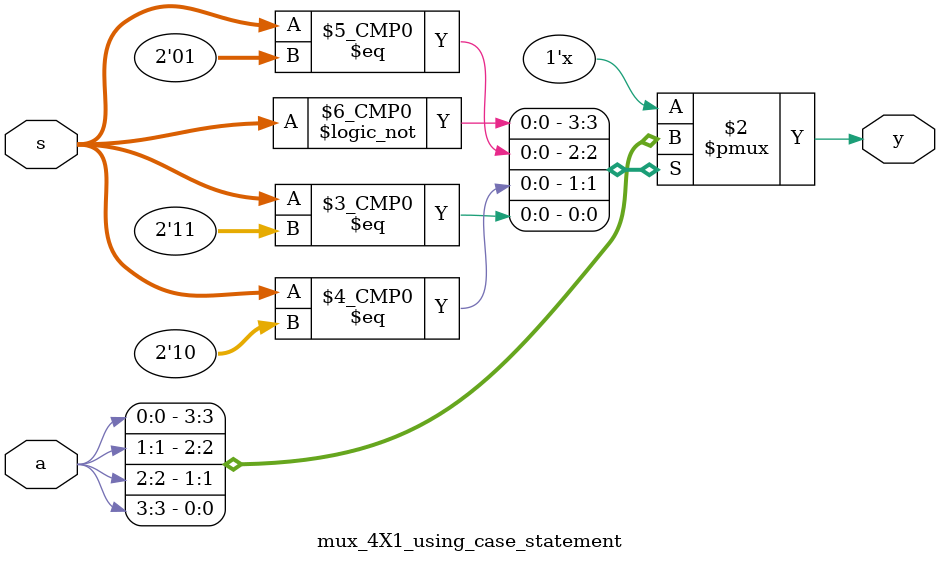
<source format=v>
`timescale 1ns / 1ps
module mux_4X1_using_case_statement(y,a,s);
input [3:0]a;
input [1:0]s;
output reg y;
always@(a,s)
case(s)
2'b00 : y = a[0];
2'b01 : y = a[1];
2'b10 : y = a[2];
2'b11 : y = a[3];
default: y = 0;
endcase
endmodule

</source>
